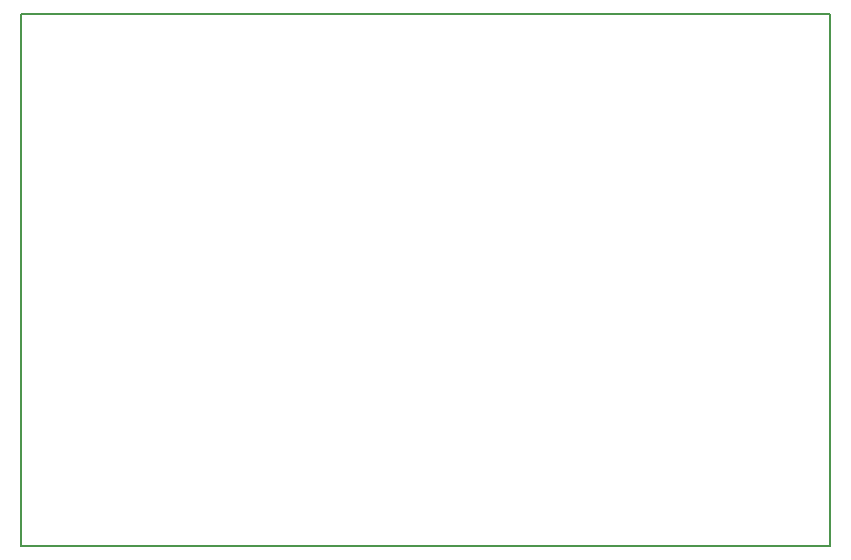
<source format=gbr>
%TF.GenerationSoftware,KiCad,Pcbnew,(5.1.2)-2*%
%TF.CreationDate,2019-08-18T23:04:57+01:00*%
%TF.ProjectId,ReferenceBias,52656665-7265-46e6-9365-426961732e6b,rev?*%
%TF.SameCoordinates,Original*%
%TF.FileFunction,Paste,Bot*%
%TF.FilePolarity,Positive*%
%FSLAX46Y46*%
G04 Gerber Fmt 4.6, Leading zero omitted, Abs format (unit mm)*
G04 Created by KiCad (PCBNEW (5.1.2)-2) date 2019-08-18 23:04:57*
%MOMM*%
%LPD*%
G04 APERTURE LIST*
%ADD10C,0.150000*%
G04 APERTURE END LIST*
D10*
X28500000Y-109000000D02*
X28500000Y-154000000D01*
X97000000Y-154000000D02*
X28500000Y-154000000D01*
X97000000Y-109000000D02*
X97000000Y-154000000D01*
X28500000Y-109000000D02*
X97000000Y-109000000D01*
M02*

</source>
